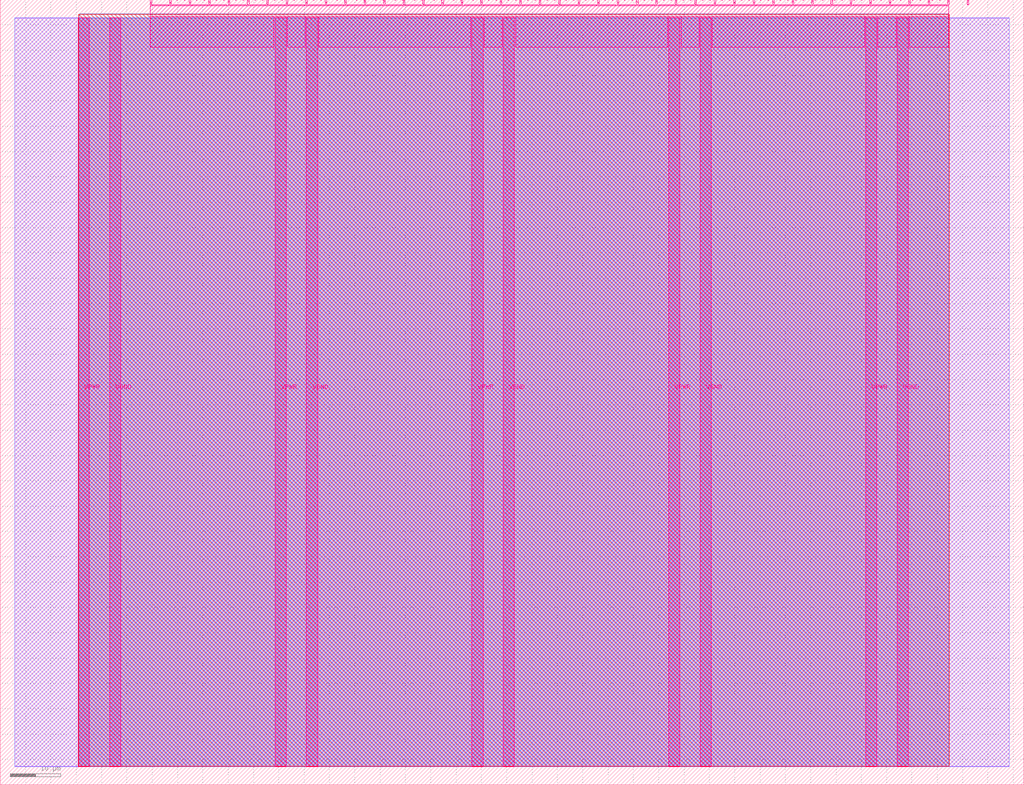
<source format=lef>
VERSION 5.7 ;
  NOWIREEXTENSIONATPIN ON ;
  DIVIDERCHAR "/" ;
  BUSBITCHARS "[]" ;
MACRO tt_um_wokwi_434917682511205377
  CLASS BLOCK ;
  FOREIGN tt_um_wokwi_434917682511205377 ;
  ORIGIN 0.000 0.000 ;
  SIZE 202.080 BY 154.980 ;
  PIN VGND
    DIRECTION INOUT ;
    USE GROUND ;
    PORT
      LAYER Metal5 ;
        RECT 21.580 3.560 23.780 151.420 ;
    END
    PORT
      LAYER Metal5 ;
        RECT 60.450 3.560 62.650 151.420 ;
    END
    PORT
      LAYER Metal5 ;
        RECT 99.320 3.560 101.520 151.420 ;
    END
    PORT
      LAYER Metal5 ;
        RECT 138.190 3.560 140.390 151.420 ;
    END
    PORT
      LAYER Metal5 ;
        RECT 177.060 3.560 179.260 151.420 ;
    END
  END VGND
  PIN VPWR
    DIRECTION INOUT ;
    USE POWER ;
    PORT
      LAYER Metal5 ;
        RECT 15.380 3.560 17.580 151.420 ;
    END
    PORT
      LAYER Metal5 ;
        RECT 54.250 3.560 56.450 151.420 ;
    END
    PORT
      LAYER Metal5 ;
        RECT 93.120 3.560 95.320 151.420 ;
    END
    PORT
      LAYER Metal5 ;
        RECT 131.990 3.560 134.190 151.420 ;
    END
    PORT
      LAYER Metal5 ;
        RECT 170.860 3.560 173.060 151.420 ;
    END
  END VPWR
  PIN clk
    DIRECTION INPUT ;
    USE SIGNAL ;
    ANTENNAGATEAREA 0.426400 ;
    PORT
      LAYER Metal5 ;
        RECT 187.050 153.980 187.350 154.980 ;
    END
  END clk
  PIN ena
    DIRECTION INPUT ;
    USE SIGNAL ;
    PORT
      LAYER Metal5 ;
        RECT 190.890 153.980 191.190 154.980 ;
    END
  END ena
  PIN rst_n
    DIRECTION INPUT ;
    USE SIGNAL ;
    ANTENNAGATEAREA 0.180700 ;
    PORT
      LAYER Metal5 ;
        RECT 183.210 153.980 183.510 154.980 ;
    END
  END rst_n
  PIN ui_in[0]
    DIRECTION INPUT ;
    USE SIGNAL ;
    PORT
      LAYER Metal5 ;
        RECT 179.370 153.980 179.670 154.980 ;
    END
  END ui_in[0]
  PIN ui_in[1]
    DIRECTION INPUT ;
    USE SIGNAL ;
    ANTENNAGATEAREA 0.180700 ;
    PORT
      LAYER Metal5 ;
        RECT 175.530 153.980 175.830 154.980 ;
    END
  END ui_in[1]
  PIN ui_in[2]
    DIRECTION INPUT ;
    USE SIGNAL ;
    ANTENNAGATEAREA 0.180700 ;
    PORT
      LAYER Metal5 ;
        RECT 171.690 153.980 171.990 154.980 ;
    END
  END ui_in[2]
  PIN ui_in[3]
    DIRECTION INPUT ;
    USE SIGNAL ;
    ANTENNAGATEAREA 0.180700 ;
    PORT
      LAYER Metal5 ;
        RECT 167.850 153.980 168.150 154.980 ;
    END
  END ui_in[3]
  PIN ui_in[4]
    DIRECTION INPUT ;
    USE SIGNAL ;
    ANTENNAGATEAREA 0.180700 ;
    PORT
      LAYER Metal5 ;
        RECT 164.010 153.980 164.310 154.980 ;
    END
  END ui_in[4]
  PIN ui_in[5]
    DIRECTION INPUT ;
    USE SIGNAL ;
    PORT
      LAYER Metal5 ;
        RECT 160.170 153.980 160.470 154.980 ;
    END
  END ui_in[5]
  PIN ui_in[6]
    DIRECTION INPUT ;
    USE SIGNAL ;
    PORT
      LAYER Metal5 ;
        RECT 156.330 153.980 156.630 154.980 ;
    END
  END ui_in[6]
  PIN ui_in[7]
    DIRECTION INPUT ;
    USE SIGNAL ;
    PORT
      LAYER Metal5 ;
        RECT 152.490 153.980 152.790 154.980 ;
    END
  END ui_in[7]
  PIN uio_in[0]
    DIRECTION INPUT ;
    USE SIGNAL ;
    PORT
      LAYER Metal5 ;
        RECT 148.650 153.980 148.950 154.980 ;
    END
  END uio_in[0]
  PIN uio_in[1]
    DIRECTION INPUT ;
    USE SIGNAL ;
    PORT
      LAYER Metal5 ;
        RECT 144.810 153.980 145.110 154.980 ;
    END
  END uio_in[1]
  PIN uio_in[2]
    DIRECTION INPUT ;
    USE SIGNAL ;
    PORT
      LAYER Metal5 ;
        RECT 140.970 153.980 141.270 154.980 ;
    END
  END uio_in[2]
  PIN uio_in[3]
    DIRECTION INPUT ;
    USE SIGNAL ;
    PORT
      LAYER Metal5 ;
        RECT 137.130 153.980 137.430 154.980 ;
    END
  END uio_in[3]
  PIN uio_in[4]
    DIRECTION INPUT ;
    USE SIGNAL ;
    PORT
      LAYER Metal5 ;
        RECT 133.290 153.980 133.590 154.980 ;
    END
  END uio_in[4]
  PIN uio_in[5]
    DIRECTION INPUT ;
    USE SIGNAL ;
    PORT
      LAYER Metal5 ;
        RECT 129.450 153.980 129.750 154.980 ;
    END
  END uio_in[5]
  PIN uio_in[6]
    DIRECTION INPUT ;
    USE SIGNAL ;
    PORT
      LAYER Metal5 ;
        RECT 125.610 153.980 125.910 154.980 ;
    END
  END uio_in[6]
  PIN uio_in[7]
    DIRECTION INPUT ;
    USE SIGNAL ;
    PORT
      LAYER Metal5 ;
        RECT 121.770 153.980 122.070 154.980 ;
    END
  END uio_in[7]
  PIN uio_oe[0]
    DIRECTION OUTPUT ;
    USE SIGNAL ;
    ANTENNADIFFAREA 0.299200 ;
    PORT
      LAYER Metal5 ;
        RECT 56.490 153.980 56.790 154.980 ;
    END
  END uio_oe[0]
  PIN uio_oe[1]
    DIRECTION OUTPUT ;
    USE SIGNAL ;
    ANTENNADIFFAREA 0.299200 ;
    PORT
      LAYER Metal5 ;
        RECT 52.650 153.980 52.950 154.980 ;
    END
  END uio_oe[1]
  PIN uio_oe[2]
    DIRECTION OUTPUT ;
    USE SIGNAL ;
    ANTENNADIFFAREA 0.299200 ;
    PORT
      LAYER Metal5 ;
        RECT 48.810 153.980 49.110 154.980 ;
    END
  END uio_oe[2]
  PIN uio_oe[3]
    DIRECTION OUTPUT ;
    USE SIGNAL ;
    ANTENNADIFFAREA 0.299200 ;
    PORT
      LAYER Metal5 ;
        RECT 44.970 153.980 45.270 154.980 ;
    END
  END uio_oe[3]
  PIN uio_oe[4]
    DIRECTION OUTPUT ;
    USE SIGNAL ;
    ANTENNADIFFAREA 0.299200 ;
    PORT
      LAYER Metal5 ;
        RECT 41.130 153.980 41.430 154.980 ;
    END
  END uio_oe[4]
  PIN uio_oe[5]
    DIRECTION OUTPUT ;
    USE SIGNAL ;
    ANTENNADIFFAREA 0.299200 ;
    PORT
      LAYER Metal5 ;
        RECT 37.290 153.980 37.590 154.980 ;
    END
  END uio_oe[5]
  PIN uio_oe[6]
    DIRECTION OUTPUT ;
    USE SIGNAL ;
    ANTENNADIFFAREA 0.299200 ;
    PORT
      LAYER Metal5 ;
        RECT 33.450 153.980 33.750 154.980 ;
    END
  END uio_oe[6]
  PIN uio_oe[7]
    DIRECTION OUTPUT ;
    USE SIGNAL ;
    ANTENNADIFFAREA 0.299200 ;
    PORT
      LAYER Metal5 ;
        RECT 29.610 153.980 29.910 154.980 ;
    END
  END uio_oe[7]
  PIN uio_out[0]
    DIRECTION OUTPUT ;
    USE SIGNAL ;
    ANTENNADIFFAREA 0.299200 ;
    PORT
      LAYER Metal5 ;
        RECT 87.210 153.980 87.510 154.980 ;
    END
  END uio_out[0]
  PIN uio_out[1]
    DIRECTION OUTPUT ;
    USE SIGNAL ;
    ANTENNADIFFAREA 0.299200 ;
    PORT
      LAYER Metal5 ;
        RECT 83.370 153.980 83.670 154.980 ;
    END
  END uio_out[1]
  PIN uio_out[2]
    DIRECTION OUTPUT ;
    USE SIGNAL ;
    ANTENNADIFFAREA 0.299200 ;
    PORT
      LAYER Metal5 ;
        RECT 79.530 153.980 79.830 154.980 ;
    END
  END uio_out[2]
  PIN uio_out[3]
    DIRECTION OUTPUT ;
    USE SIGNAL ;
    ANTENNADIFFAREA 0.299200 ;
    PORT
      LAYER Metal5 ;
        RECT 75.690 153.980 75.990 154.980 ;
    END
  END uio_out[3]
  PIN uio_out[4]
    DIRECTION OUTPUT ;
    USE SIGNAL ;
    ANTENNADIFFAREA 0.299200 ;
    PORT
      LAYER Metal5 ;
        RECT 71.850 153.980 72.150 154.980 ;
    END
  END uio_out[4]
  PIN uio_out[5]
    DIRECTION OUTPUT ;
    USE SIGNAL ;
    ANTENNADIFFAREA 0.299200 ;
    PORT
      LAYER Metal5 ;
        RECT 68.010 153.980 68.310 154.980 ;
    END
  END uio_out[5]
  PIN uio_out[6]
    DIRECTION OUTPUT ;
    USE SIGNAL ;
    ANTENNADIFFAREA 0.299200 ;
    PORT
      LAYER Metal5 ;
        RECT 64.170 153.980 64.470 154.980 ;
    END
  END uio_out[6]
  PIN uio_out[7]
    DIRECTION OUTPUT ;
    USE SIGNAL ;
    ANTENNADIFFAREA 0.299200 ;
    PORT
      LAYER Metal5 ;
        RECT 60.330 153.980 60.630 154.980 ;
    END
  END uio_out[7]
  PIN uo_out[0]
    DIRECTION OUTPUT ;
    USE SIGNAL ;
    ANTENNADIFFAREA 0.654800 ;
    PORT
      LAYER Metal5 ;
        RECT 117.930 153.980 118.230 154.980 ;
    END
  END uo_out[0]
  PIN uo_out[1]
    DIRECTION OUTPUT ;
    USE SIGNAL ;
    ANTENNADIFFAREA 0.654800 ;
    PORT
      LAYER Metal5 ;
        RECT 114.090 153.980 114.390 154.980 ;
    END
  END uo_out[1]
  PIN uo_out[2]
    DIRECTION OUTPUT ;
    USE SIGNAL ;
    ANTENNADIFFAREA 0.654800 ;
    PORT
      LAYER Metal5 ;
        RECT 110.250 153.980 110.550 154.980 ;
    END
  END uo_out[2]
  PIN uo_out[3]
    DIRECTION OUTPUT ;
    USE SIGNAL ;
    ANTENNADIFFAREA 0.299200 ;
    PORT
      LAYER Metal5 ;
        RECT 106.410 153.980 106.710 154.980 ;
    END
  END uo_out[3]
  PIN uo_out[4]
    DIRECTION OUTPUT ;
    USE SIGNAL ;
    ANTENNADIFFAREA 0.654800 ;
    PORT
      LAYER Metal5 ;
        RECT 102.570 153.980 102.870 154.980 ;
    END
  END uo_out[4]
  PIN uo_out[5]
    DIRECTION OUTPUT ;
    USE SIGNAL ;
    ANTENNADIFFAREA 0.654800 ;
    PORT
      LAYER Metal5 ;
        RECT 98.730 153.980 99.030 154.980 ;
    END
  END uo_out[5]
  PIN uo_out[6]
    DIRECTION OUTPUT ;
    USE SIGNAL ;
    ANTENNADIFFAREA 0.299200 ;
    PORT
      LAYER Metal5 ;
        RECT 94.890 153.980 95.190 154.980 ;
    END
  END uo_out[6]
  PIN uo_out[7]
    DIRECTION OUTPUT ;
    USE SIGNAL ;
    ANTENNADIFFAREA 0.299200 ;
    PORT
      LAYER Metal5 ;
        RECT 91.050 153.980 91.350 154.980 ;
    END
  END uo_out[7]
  OBS
      LAYER GatPoly ;
        RECT 2.880 3.630 199.200 151.350 ;
      LAYER Metal1 ;
        RECT 2.880 3.560 199.200 151.420 ;
      LAYER Metal2 ;
        RECT 15.515 3.680 187.345 151.300 ;
      LAYER Metal3 ;
        RECT 15.560 3.635 187.300 152.185 ;
      LAYER Metal4 ;
        RECT 15.515 3.680 187.345 152.140 ;
      LAYER Metal5 ;
        RECT 30.120 153.770 33.240 153.980 ;
        RECT 33.960 153.770 37.080 153.980 ;
        RECT 37.800 153.770 40.920 153.980 ;
        RECT 41.640 153.770 44.760 153.980 ;
        RECT 45.480 153.770 48.600 153.980 ;
        RECT 49.320 153.770 52.440 153.980 ;
        RECT 53.160 153.770 56.280 153.980 ;
        RECT 57.000 153.770 60.120 153.980 ;
        RECT 60.840 153.770 63.960 153.980 ;
        RECT 64.680 153.770 67.800 153.980 ;
        RECT 68.520 153.770 71.640 153.980 ;
        RECT 72.360 153.770 75.480 153.980 ;
        RECT 76.200 153.770 79.320 153.980 ;
        RECT 80.040 153.770 83.160 153.980 ;
        RECT 83.880 153.770 87.000 153.980 ;
        RECT 87.720 153.770 90.840 153.980 ;
        RECT 91.560 153.770 94.680 153.980 ;
        RECT 95.400 153.770 98.520 153.980 ;
        RECT 99.240 153.770 102.360 153.980 ;
        RECT 103.080 153.770 106.200 153.980 ;
        RECT 106.920 153.770 110.040 153.980 ;
        RECT 110.760 153.770 113.880 153.980 ;
        RECT 114.600 153.770 117.720 153.980 ;
        RECT 118.440 153.770 121.560 153.980 ;
        RECT 122.280 153.770 125.400 153.980 ;
        RECT 126.120 153.770 129.240 153.980 ;
        RECT 129.960 153.770 133.080 153.980 ;
        RECT 133.800 153.770 136.920 153.980 ;
        RECT 137.640 153.770 140.760 153.980 ;
        RECT 141.480 153.770 144.600 153.980 ;
        RECT 145.320 153.770 148.440 153.980 ;
        RECT 149.160 153.770 152.280 153.980 ;
        RECT 153.000 153.770 156.120 153.980 ;
        RECT 156.840 153.770 159.960 153.980 ;
        RECT 160.680 153.770 163.800 153.980 ;
        RECT 164.520 153.770 167.640 153.980 ;
        RECT 168.360 153.770 171.480 153.980 ;
        RECT 172.200 153.770 175.320 153.980 ;
        RECT 176.040 153.770 179.160 153.980 ;
        RECT 179.880 153.770 183.000 153.980 ;
        RECT 183.720 153.770 186.840 153.980 ;
        RECT 29.660 151.630 187.300 153.770 ;
        RECT 29.660 145.595 54.040 151.630 ;
        RECT 56.660 145.595 60.240 151.630 ;
        RECT 62.860 145.595 92.910 151.630 ;
        RECT 95.530 145.595 99.110 151.630 ;
        RECT 101.730 145.595 131.780 151.630 ;
        RECT 134.400 145.595 137.980 151.630 ;
        RECT 140.600 145.595 170.650 151.630 ;
        RECT 173.270 145.595 176.850 151.630 ;
        RECT 179.470 145.595 187.300 151.630 ;
  END
END tt_um_wokwi_434917682511205377
END LIBRARY


</source>
